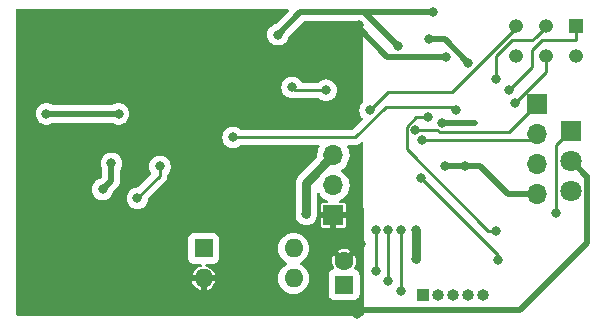
<source format=gbr>
G04 #@! TF.GenerationSoftware,KiCad,Pcbnew,6.0.7-f9a2dced07~116~ubuntu20.04.1*
G04 #@! TF.CreationDate,2022-12-22T17:50:38+01:00*
G04 #@! TF.ProjectId,mimu_phantom,6d696d75-5f70-4686-916e-746f6d2e6b69,rev?*
G04 #@! TF.SameCoordinates,Original*
G04 #@! TF.FileFunction,Copper,L2,Bot*
G04 #@! TF.FilePolarity,Positive*
%FSLAX46Y46*%
G04 Gerber Fmt 4.6, Leading zero omitted, Abs format (unit mm)*
G04 Created by KiCad (PCBNEW 6.0.7-f9a2dced07~116~ubuntu20.04.1) date 2022-12-22 17:50:38*
%MOMM*%
%LPD*%
G01*
G04 APERTURE LIST*
G04 #@! TA.AperFunction,ComponentPad*
%ADD10R,1.600000X1.600000*%
G04 #@! TD*
G04 #@! TA.AperFunction,ComponentPad*
%ADD11O,1.600000X1.600000*%
G04 #@! TD*
G04 #@! TA.AperFunction,ComponentPad*
%ADD12R,1.000000X1.000000*%
G04 #@! TD*
G04 #@! TA.AperFunction,ComponentPad*
%ADD13O,1.000000X1.000000*%
G04 #@! TD*
G04 #@! TA.AperFunction,ComponentPad*
%ADD14C,1.600000*%
G04 #@! TD*
G04 #@! TA.AperFunction,ComponentPad*
%ADD15R,1.700000X1.700000*%
G04 #@! TD*
G04 #@! TA.AperFunction,ComponentPad*
%ADD16O,1.700000X1.700000*%
G04 #@! TD*
G04 #@! TA.AperFunction,ComponentPad*
%ADD17R,1.800000X1.800000*%
G04 #@! TD*
G04 #@! TA.AperFunction,ComponentPad*
%ADD18C,1.800000*%
G04 #@! TD*
G04 #@! TA.AperFunction,ComponentPad*
%ADD19R,1.200000X1.200000*%
G04 #@! TD*
G04 #@! TA.AperFunction,ComponentPad*
%ADD20O,1.200000X1.200000*%
G04 #@! TD*
G04 #@! TA.AperFunction,ViaPad*
%ADD21C,0.800000*%
G04 #@! TD*
G04 #@! TA.AperFunction,Conductor*
%ADD22C,0.500000*%
G04 #@! TD*
G04 #@! TA.AperFunction,Conductor*
%ADD23C,0.750000*%
G04 #@! TD*
G04 #@! TA.AperFunction,Conductor*
%ADD24C,0.250000*%
G04 #@! TD*
G04 APERTURE END LIST*
D10*
X116400000Y-93800000D03*
D11*
X116400000Y-96340000D03*
X124020000Y-96340000D03*
X124020000Y-93800000D03*
D12*
X135010000Y-97750000D03*
D13*
X136280000Y-97750000D03*
X137550000Y-97750000D03*
X138820000Y-97750000D03*
X140090000Y-97750000D03*
D10*
X128300000Y-96855113D03*
D14*
X128300000Y-94855113D03*
D15*
X144600000Y-81600000D03*
D16*
X144600000Y-84140000D03*
X144600000Y-86680000D03*
X144600000Y-89220000D03*
D17*
X147490000Y-83850000D03*
D18*
X147490000Y-86390000D03*
X147490000Y-88930000D03*
D19*
X147900000Y-75000000D03*
D20*
X147900000Y-77540000D03*
X145360000Y-75000000D03*
X145360000Y-77540000D03*
X142820000Y-75000000D03*
X142820000Y-77540000D03*
D15*
X127400000Y-91000000D03*
D16*
X127400000Y-88460000D03*
X127400000Y-85920000D03*
D21*
X136800500Y-86800000D03*
X134350000Y-92250000D03*
X135500000Y-76100000D03*
X138812701Y-78112701D03*
X138500000Y-86800000D03*
X134350000Y-94700000D03*
X130500000Y-82100000D03*
X142800000Y-81450000D03*
X141177114Y-79424579D03*
X142273959Y-80426041D03*
X131000000Y-95750000D03*
X131000000Y-92250000D03*
X132000000Y-92250000D03*
X132000000Y-96550000D03*
X133100000Y-92250000D03*
X133099905Y-97425335D03*
X134333470Y-83775010D03*
X134923623Y-84582316D03*
X103100000Y-82400000D03*
X109200000Y-82400000D03*
X110800000Y-89550000D03*
X112700000Y-86850000D03*
X107850004Y-88800000D03*
X108600000Y-86600000D03*
X103950000Y-97300000D03*
X108200000Y-94800000D03*
X103300000Y-78600000D03*
X104600000Y-78600000D03*
X119300000Y-78500000D03*
X116500000Y-78500000D03*
X104100000Y-96100000D03*
X117900000Y-78500000D03*
X128800000Y-81700000D03*
X105900000Y-78600000D03*
X109225000Y-89550000D03*
X136900000Y-77550000D03*
X120750000Y-81750000D03*
X129687500Y-93437500D03*
X108600000Y-93400000D03*
X107300000Y-78600000D03*
X129568653Y-74892199D03*
X129360924Y-99389076D03*
X115100000Y-78500000D03*
X112450000Y-80400000D03*
X111350000Y-85150000D03*
X120750000Y-91150000D03*
X108400000Y-90200000D03*
X136599998Y-83141998D03*
X125100000Y-90900000D03*
X118900000Y-84400000D03*
X137749500Y-82100000D03*
X141337500Y-94750000D03*
X134800000Y-87800000D03*
X141200000Y-92300000D03*
X135402557Y-82697443D03*
X132900000Y-76700500D03*
X135800000Y-73800000D03*
X122700000Y-75700000D03*
X126774500Y-80400000D03*
X123900000Y-80150000D03*
X146275000Y-90775000D03*
D22*
X138500000Y-86800000D02*
X139770000Y-86800000D01*
X139770000Y-86800000D02*
X142190000Y-89220000D01*
X142190000Y-89220000D02*
X144600000Y-89220000D01*
D23*
X134350000Y-92250000D02*
X134350000Y-94237500D01*
D22*
X135500000Y-76100000D02*
X136800000Y-76100000D01*
D23*
X134350000Y-94237500D02*
X134350000Y-94700000D01*
D22*
X136800500Y-86800000D02*
X138500000Y-86800000D01*
X136800000Y-76100000D02*
X138812701Y-78112701D01*
D24*
X132050000Y-80550000D02*
X137400000Y-80550000D01*
X137400000Y-80550000D02*
X142850000Y-75100000D01*
X130500000Y-82100000D02*
X132050000Y-80550000D01*
X142800000Y-81450000D02*
X145410000Y-78840000D01*
X145410000Y-78840000D02*
X145410000Y-77550000D01*
X141177114Y-77522886D02*
X142514999Y-76185001D01*
X144234999Y-76185001D02*
X144560001Y-75859999D01*
X142514999Y-76185001D02*
X144234999Y-76185001D01*
X141177114Y-79424579D02*
X141177114Y-77522886D01*
X144560001Y-75859999D02*
X145410000Y-75010000D01*
X145035997Y-76185001D02*
X147874999Y-76185001D01*
X144234999Y-78465001D02*
X144234999Y-76985999D01*
X147950000Y-76110000D02*
X147950000Y-75010000D01*
X147874999Y-76185001D02*
X147950000Y-76110000D01*
X144234999Y-76985999D02*
X145035997Y-76185001D01*
X142273959Y-80426041D02*
X144234999Y-78465001D01*
X131000000Y-92250000D02*
X131000000Y-95750000D01*
X132000000Y-96550000D02*
X132000000Y-92250000D01*
X133100000Y-97200000D02*
X133100000Y-92250000D01*
X133099905Y-97425335D02*
X133100000Y-97200000D01*
X134198623Y-83909857D02*
X134333470Y-83775010D01*
X134333470Y-83775010D02*
X136207705Y-83775010D01*
X136332695Y-83900000D02*
X142300000Y-83900000D01*
X142300000Y-83900000D02*
X144600000Y-81600000D01*
X136207705Y-83775010D02*
X136332695Y-83900000D01*
X134923623Y-84582316D02*
X144157684Y-84582316D01*
X144157684Y-84582316D02*
X144600000Y-84140000D01*
D22*
X109200000Y-82400000D02*
X103100000Y-82400000D01*
D24*
X112700000Y-86850000D02*
X112700000Y-87650000D01*
X112700000Y-87650000D02*
X110800000Y-89550000D01*
D22*
X108600000Y-86600000D02*
X108600000Y-88050004D01*
X108600000Y-88050004D02*
X107850004Y-88800000D01*
X148850000Y-87650000D02*
X148850000Y-93350000D01*
X129568653Y-75168653D02*
X131950000Y-77550000D01*
X147500000Y-86340000D02*
X148810000Y-87650000D01*
X131950000Y-77550000D02*
X136900000Y-77550000D01*
X148850000Y-93350000D02*
X143200000Y-99000000D01*
X129568653Y-74892199D02*
X129568653Y-75168653D01*
X139341998Y-83141998D02*
X136599998Y-83141998D01*
X129750000Y-99000000D02*
X129360924Y-99389076D01*
X143200000Y-99000000D02*
X129750000Y-99000000D01*
X148810000Y-87650000D02*
X148850000Y-87650000D01*
D23*
X125100000Y-90900000D02*
X125100000Y-88220000D01*
X125100000Y-88220000D02*
X127400000Y-85920000D01*
D24*
X129225305Y-84400000D02*
X118900000Y-84400000D01*
X137749500Y-82100000D02*
X137449500Y-81800000D01*
X131825305Y-81800000D02*
X129225305Y-84400000D01*
X137449500Y-81800000D02*
X131825305Y-81800000D01*
X141337500Y-94337500D02*
X141337500Y-94750000D01*
X134800000Y-87800000D02*
X141337500Y-94337500D01*
X140500000Y-92300000D02*
X141200000Y-92300000D01*
X135402557Y-82697443D02*
X134385732Y-82697443D01*
X134385732Y-82697443D02*
X133600000Y-83483175D01*
X133600000Y-83483175D02*
X133600000Y-85400000D01*
X133600000Y-85400000D02*
X140500000Y-92300000D01*
D22*
X129999500Y-73800000D02*
X124600000Y-73800000D01*
X132900000Y-76700500D02*
X129999500Y-73800000D01*
X135800000Y-73800000D02*
X129999500Y-73800000D01*
X124600000Y-73800000D02*
X122700000Y-75700000D01*
D24*
X126774500Y-80400000D02*
X124150000Y-80400000D01*
X124150000Y-80400000D02*
X123900000Y-80150000D01*
X146275000Y-85025000D02*
X147500000Y-83800000D01*
X146275000Y-90775000D02*
X146275000Y-85025000D01*
G04 #@! TA.AperFunction,Conductor*
G36*
X123582750Y-73528502D02*
G01*
X123629243Y-73582158D01*
X123639347Y-73652432D01*
X123609853Y-73717012D01*
X123603724Y-73723595D01*
X122543669Y-74783650D01*
X122480772Y-74817801D01*
X122424176Y-74829831D01*
X122424167Y-74829834D01*
X122417712Y-74831206D01*
X122411682Y-74833891D01*
X122411681Y-74833891D01*
X122249278Y-74906197D01*
X122249276Y-74906198D01*
X122243248Y-74908882D01*
X122088747Y-75021134D01*
X121960960Y-75163056D01*
X121865473Y-75328444D01*
X121806458Y-75510072D01*
X121786496Y-75700000D01*
X121806458Y-75889928D01*
X121865473Y-76071556D01*
X121960960Y-76236944D01*
X122088747Y-76378866D01*
X122243248Y-76491118D01*
X122249276Y-76493802D01*
X122249278Y-76493803D01*
X122377438Y-76550863D01*
X122417712Y-76568794D01*
X122511112Y-76588647D01*
X122598056Y-76607128D01*
X122598061Y-76607128D01*
X122604513Y-76608500D01*
X122795487Y-76608500D01*
X122801939Y-76607128D01*
X122801944Y-76607128D01*
X122888888Y-76588647D01*
X122982288Y-76568794D01*
X123022562Y-76550863D01*
X123150722Y-76493803D01*
X123150724Y-76493802D01*
X123156752Y-76491118D01*
X123311253Y-76378866D01*
X123439040Y-76236944D01*
X123534527Y-76071556D01*
X123589387Y-75902714D01*
X123620125Y-75852556D01*
X124877276Y-74595405D01*
X124939588Y-74561379D01*
X124966371Y-74558500D01*
X129633129Y-74558500D01*
X129701250Y-74578502D01*
X129722224Y-74595405D01*
X129866603Y-74739784D01*
X129900629Y-74802096D01*
X129903508Y-74828599D01*
X129917378Y-81069843D01*
X129917978Y-81340023D01*
X129898127Y-81408188D01*
X129885614Y-81424613D01*
X129760960Y-81563056D01*
X129665473Y-81728444D01*
X129606458Y-81910072D01*
X129586496Y-82100000D01*
X129606458Y-82289928D01*
X129665473Y-82471556D01*
X129760960Y-82636944D01*
X129838015Y-82722522D01*
X129868732Y-82786530D01*
X129859967Y-82856983D01*
X129833473Y-82895927D01*
X128999805Y-83729595D01*
X128937493Y-83763621D01*
X128910710Y-83766500D01*
X119608200Y-83766500D01*
X119540079Y-83746498D01*
X119520853Y-83730157D01*
X119520580Y-83730460D01*
X119515668Y-83726037D01*
X119511253Y-83721134D01*
X119356752Y-83608882D01*
X119350724Y-83606198D01*
X119350722Y-83606197D01*
X119188319Y-83533891D01*
X119188318Y-83533891D01*
X119182288Y-83531206D01*
X119088887Y-83511353D01*
X119001944Y-83492872D01*
X119001939Y-83492872D01*
X118995487Y-83491500D01*
X118804513Y-83491500D01*
X118798061Y-83492872D01*
X118798056Y-83492872D01*
X118711113Y-83511353D01*
X118617712Y-83531206D01*
X118611682Y-83533891D01*
X118611681Y-83533891D01*
X118449278Y-83606197D01*
X118449276Y-83606198D01*
X118443248Y-83608882D01*
X118288747Y-83721134D01*
X118284326Y-83726044D01*
X118284325Y-83726045D01*
X118250492Y-83763621D01*
X118160960Y-83863056D01*
X118065473Y-84028444D01*
X118006458Y-84210072D01*
X117986496Y-84400000D01*
X118006458Y-84589928D01*
X118065473Y-84771556D01*
X118160960Y-84936944D01*
X118165378Y-84941851D01*
X118165379Y-84941852D01*
X118247452Y-85033003D01*
X118288747Y-85078866D01*
X118443248Y-85191118D01*
X118449276Y-85193802D01*
X118449278Y-85193803D01*
X118578588Y-85251375D01*
X118617712Y-85268794D01*
X118711113Y-85288647D01*
X118798056Y-85307128D01*
X118798061Y-85307128D01*
X118804513Y-85308500D01*
X118995487Y-85308500D01*
X119001939Y-85307128D01*
X119001944Y-85307128D01*
X119088887Y-85288647D01*
X119182288Y-85268794D01*
X119221412Y-85251375D01*
X119350722Y-85193803D01*
X119350724Y-85193802D01*
X119356752Y-85191118D01*
X119511253Y-85078866D01*
X119515668Y-85073963D01*
X119520580Y-85069540D01*
X119521705Y-85070789D01*
X119575014Y-85037949D01*
X119608200Y-85033500D01*
X126121690Y-85033500D01*
X126189811Y-85053502D01*
X126236304Y-85107158D01*
X126246408Y-85177432D01*
X126225778Y-85230503D01*
X126214743Y-85246680D01*
X126120688Y-85449305D01*
X126060989Y-85664570D01*
X126037251Y-85886695D01*
X126037548Y-85891847D01*
X126037548Y-85891851D01*
X126041991Y-85968899D01*
X126025944Y-86038058D01*
X126005295Y-86065247D01*
X124531454Y-87539088D01*
X124516426Y-87551925D01*
X124505566Y-87559815D01*
X124501145Y-87564725D01*
X124501144Y-87564726D01*
X124461114Y-87609184D01*
X124456573Y-87613969D01*
X124442528Y-87628014D01*
X124440444Y-87630588D01*
X124440441Y-87630591D01*
X124430031Y-87643446D01*
X124425747Y-87648462D01*
X124385717Y-87692920D01*
X124385713Y-87692925D01*
X124381296Y-87697831D01*
X124374791Y-87709097D01*
X124374589Y-87709448D01*
X124363391Y-87725741D01*
X124354953Y-87736161D01*
X124324787Y-87795363D01*
X124321654Y-87801133D01*
X124291740Y-87852945D01*
X124291738Y-87852950D01*
X124288436Y-87858669D01*
X124286395Y-87864949D01*
X124286392Y-87864957D01*
X124284292Y-87871421D01*
X124276728Y-87889683D01*
X124273637Y-87895749D01*
X124273634Y-87895758D01*
X124270638Y-87901637D01*
X124268929Y-87908015D01*
X124253444Y-87965804D01*
X124251578Y-87972106D01*
X124231046Y-88035298D01*
X124230356Y-88041866D01*
X124229645Y-88048628D01*
X124226042Y-88068071D01*
X124222570Y-88081029D01*
X124222225Y-88087619D01*
X124222224Y-88087623D01*
X124221021Y-88110576D01*
X124219543Y-88138789D01*
X124219093Y-88147367D01*
X124218577Y-88153931D01*
X124216500Y-88173694D01*
X124216500Y-88193555D01*
X124216327Y-88200150D01*
X124212850Y-88266493D01*
X124213882Y-88273007D01*
X124214949Y-88279744D01*
X124216500Y-88299456D01*
X124216500Y-90659210D01*
X124210333Y-90698146D01*
X124206458Y-90710072D01*
X124186496Y-90900000D01*
X124206458Y-91089928D01*
X124265473Y-91271556D01*
X124360960Y-91436944D01*
X124488747Y-91578866D01*
X124643248Y-91691118D01*
X124649276Y-91693802D01*
X124649278Y-91693803D01*
X124811681Y-91766109D01*
X124817712Y-91768794D01*
X124911112Y-91788647D01*
X124998056Y-91807128D01*
X124998061Y-91807128D01*
X125004513Y-91808500D01*
X125195487Y-91808500D01*
X125201939Y-91807128D01*
X125201944Y-91807128D01*
X125288887Y-91788647D01*
X125382288Y-91768794D01*
X125388319Y-91766109D01*
X125550722Y-91693803D01*
X125550724Y-91693802D01*
X125556752Y-91691118D01*
X125711253Y-91578866D01*
X125839040Y-91436944D01*
X125934527Y-91271556D01*
X125993542Y-91089928D01*
X126013504Y-90900000D01*
X125993542Y-90710072D01*
X125989667Y-90698146D01*
X125983500Y-90659210D01*
X125983500Y-89195391D01*
X126003502Y-89127270D01*
X126057158Y-89080777D01*
X126127432Y-89070673D01*
X126192012Y-89100167D01*
X126216933Y-89129556D01*
X126299987Y-89265088D01*
X126446250Y-89433938D01*
X126618126Y-89576632D01*
X126811000Y-89689338D01*
X126815823Y-89691180D01*
X126815832Y-89691184D01*
X126834446Y-89698292D01*
X126890949Y-89741279D01*
X126915241Y-89807991D01*
X126899610Y-89877245D01*
X126849019Y-89927055D01*
X126789496Y-89942001D01*
X126535702Y-89942001D01*
X126523442Y-89943209D01*
X126481017Y-89951647D01*
X126458521Y-89960964D01*
X126410356Y-89993147D01*
X126393147Y-90010356D01*
X126360963Y-90058523D01*
X126351647Y-90081014D01*
X126343207Y-90123445D01*
X126342000Y-90135700D01*
X126342000Y-90727885D01*
X126346475Y-90743124D01*
X126347865Y-90744329D01*
X126355548Y-90746000D01*
X128439884Y-90746000D01*
X128455123Y-90741525D01*
X128456328Y-90740135D01*
X128457999Y-90732452D01*
X128457999Y-90135702D01*
X128456791Y-90123442D01*
X128448353Y-90081017D01*
X128439036Y-90058521D01*
X128406853Y-90010356D01*
X128389644Y-89993147D01*
X128341477Y-89960963D01*
X128318986Y-89951647D01*
X128276555Y-89943207D01*
X128264300Y-89942000D01*
X128006552Y-89942000D01*
X127938431Y-89921998D01*
X127891938Y-89868342D01*
X127881834Y-89798068D01*
X127911328Y-89733488D01*
X127951120Y-89702849D01*
X128093346Y-89633173D01*
X128097994Y-89630896D01*
X128279860Y-89501173D01*
X128298349Y-89482749D01*
X128434435Y-89347137D01*
X128438096Y-89343489D01*
X128568453Y-89162077D01*
X128613628Y-89070673D01*
X128665136Y-88966453D01*
X128665137Y-88966451D01*
X128667430Y-88961811D01*
X128699900Y-88854940D01*
X128730865Y-88753023D01*
X128730865Y-88753021D01*
X128732370Y-88748069D01*
X128761529Y-88526590D01*
X128761611Y-88523240D01*
X128763074Y-88463365D01*
X128763074Y-88463361D01*
X128763156Y-88460000D01*
X128744852Y-88237361D01*
X128690431Y-88020702D01*
X128601354Y-87815840D01*
X128543066Y-87725741D01*
X128482822Y-87632617D01*
X128482820Y-87632614D01*
X128480014Y-87628277D01*
X128329670Y-87463051D01*
X128325619Y-87459852D01*
X128325615Y-87459848D01*
X128158414Y-87327800D01*
X128158410Y-87327798D01*
X128154359Y-87324598D01*
X128113053Y-87301796D01*
X128063084Y-87251364D01*
X128048312Y-87181921D01*
X128073428Y-87115516D01*
X128100780Y-87088909D01*
X128178650Y-87033365D01*
X128279860Y-86961173D01*
X128438096Y-86803489D01*
X128443330Y-86796206D01*
X128565435Y-86626277D01*
X128568453Y-86622077D01*
X128576120Y-86606565D01*
X128665136Y-86426453D01*
X128665137Y-86426451D01*
X128667430Y-86421811D01*
X128732370Y-86208069D01*
X128761529Y-85986590D01*
X128762631Y-85941500D01*
X128763074Y-85923365D01*
X128763074Y-85923361D01*
X128763156Y-85920000D01*
X128744852Y-85697361D01*
X128690431Y-85480702D01*
X128601354Y-85275840D01*
X128570366Y-85227940D01*
X128550159Y-85159880D01*
X128569955Y-85091699D01*
X128623470Y-85045045D01*
X128676158Y-85033500D01*
X129146538Y-85033500D01*
X129157721Y-85034027D01*
X129165214Y-85035702D01*
X129173140Y-85035453D01*
X129173141Y-85035453D01*
X129233291Y-85033562D01*
X129237250Y-85033500D01*
X129265161Y-85033500D01*
X129269096Y-85033003D01*
X129269161Y-85032995D01*
X129280998Y-85032062D01*
X129313256Y-85031048D01*
X129317275Y-85030922D01*
X129325194Y-85030673D01*
X129344648Y-85025021D01*
X129364005Y-85021013D01*
X129376235Y-85019468D01*
X129376236Y-85019468D01*
X129384102Y-85018474D01*
X129391473Y-85015555D01*
X129391475Y-85015555D01*
X129425217Y-85002196D01*
X129436447Y-84998351D01*
X129471288Y-84988229D01*
X129471289Y-84988229D01*
X129478898Y-84986018D01*
X129485717Y-84981985D01*
X129485722Y-84981983D01*
X129496333Y-84975707D01*
X129514081Y-84967012D01*
X129532922Y-84959552D01*
X129568692Y-84933564D01*
X129578612Y-84927048D01*
X129609840Y-84908580D01*
X129609843Y-84908578D01*
X129616667Y-84904542D01*
X129630988Y-84890221D01*
X129646022Y-84877380D01*
X129655999Y-84870131D01*
X129662412Y-84865472D01*
X129690603Y-84831395D01*
X129698593Y-84822616D01*
X129710792Y-84810417D01*
X129773104Y-84776391D01*
X129843919Y-84781456D01*
X129900755Y-84824003D01*
X129925566Y-84890523D01*
X129925887Y-84899232D01*
X129950000Y-95750000D01*
X129950000Y-99365500D01*
X129929998Y-99433621D01*
X129876342Y-99480114D01*
X129824000Y-99491500D01*
X100634500Y-99491500D01*
X100566379Y-99471498D01*
X100519886Y-99417842D01*
X100508500Y-99365500D01*
X100508500Y-97703247D01*
X126991500Y-97703247D01*
X126998255Y-97765429D01*
X127049385Y-97901818D01*
X127136739Y-98018374D01*
X127253295Y-98105728D01*
X127389684Y-98156858D01*
X127451866Y-98163613D01*
X129148134Y-98163613D01*
X129210316Y-98156858D01*
X129346705Y-98105728D01*
X129463261Y-98018374D01*
X129550615Y-97901818D01*
X129601745Y-97765429D01*
X129608500Y-97703247D01*
X129608500Y-96006979D01*
X129601745Y-95944797D01*
X129550615Y-95808408D01*
X129463261Y-95691852D01*
X129346705Y-95604498D01*
X129226860Y-95559570D01*
X129170096Y-95516928D01*
X129145396Y-95450367D01*
X129161534Y-95379351D01*
X129222262Y-95272450D01*
X129227256Y-95261234D01*
X129285759Y-95085366D01*
X129288479Y-95073394D01*
X129312039Y-94886897D01*
X129312531Y-94879870D01*
X129312828Y-94858636D01*
X129312533Y-94851607D01*
X129294188Y-94664510D01*
X129291805Y-94652475D01*
X129238233Y-94475037D01*
X129233559Y-94463697D01*
X129178562Y-94360261D01*
X129168702Y-94350180D01*
X129161575Y-94352748D01*
X128389095Y-95125228D01*
X128326783Y-95159254D01*
X128255968Y-95154189D01*
X128210905Y-95125228D01*
X127443121Y-94357444D01*
X127430741Y-94350684D01*
X127424353Y-94355466D01*
X127371997Y-94450699D01*
X127367166Y-94461971D01*
X127311120Y-94638651D01*
X127308570Y-94650645D01*
X127287909Y-94834846D01*
X127287738Y-94847115D01*
X127303248Y-95031818D01*
X127305461Y-95043877D01*
X127356554Y-95222058D01*
X127361066Y-95233455D01*
X127438843Y-95384794D01*
X127452190Y-95454525D01*
X127425720Y-95520402D01*
X127371006Y-95560370D01*
X127253295Y-95604498D01*
X127136739Y-95691852D01*
X127049385Y-95808408D01*
X126998255Y-95944797D01*
X126991500Y-96006979D01*
X126991500Y-97703247D01*
X100508500Y-97703247D01*
X100508500Y-96605975D01*
X115427601Y-96605975D01*
X115456552Y-96706941D01*
X115461067Y-96718345D01*
X115545794Y-96883207D01*
X115552435Y-96893512D01*
X115667568Y-97038772D01*
X115676091Y-97047598D01*
X115817245Y-97167730D01*
X115827317Y-97174730D01*
X115989116Y-97265156D01*
X116000356Y-97270067D01*
X116128768Y-97311790D01*
X116142867Y-97312193D01*
X116146000Y-97305821D01*
X116146000Y-97297564D01*
X116654000Y-97297564D01*
X116657973Y-97311095D01*
X116666188Y-97312276D01*
X116760337Y-97285989D01*
X116771787Y-97281548D01*
X116937226Y-97197979D01*
X116947585Y-97191404D01*
X117093639Y-97077295D01*
X117102527Y-97068831D01*
X117223643Y-96928517D01*
X117230711Y-96918497D01*
X117322262Y-96757337D01*
X117327256Y-96746121D01*
X117372142Y-96611190D01*
X117372643Y-96597097D01*
X117366454Y-96594000D01*
X116672115Y-96594000D01*
X116656876Y-96598475D01*
X116655671Y-96599865D01*
X116654000Y-96607548D01*
X116654000Y-97297564D01*
X116146000Y-97297564D01*
X116146000Y-96612115D01*
X116141525Y-96596876D01*
X116140135Y-96595671D01*
X116132452Y-96594000D01*
X115442282Y-96594000D01*
X115428751Y-96597973D01*
X115427601Y-96605975D01*
X100508500Y-96605975D01*
X100508500Y-96340000D01*
X122706502Y-96340000D01*
X122726457Y-96568087D01*
X122727881Y-96573400D01*
X122727881Y-96573402D01*
X122737031Y-96607548D01*
X122785716Y-96789243D01*
X122788039Y-96794224D01*
X122788039Y-96794225D01*
X122880151Y-96991762D01*
X122880154Y-96991767D01*
X122882477Y-96996749D01*
X122885634Y-97001257D01*
X123002200Y-97167730D01*
X123013802Y-97184300D01*
X123175700Y-97346198D01*
X123180208Y-97349355D01*
X123180211Y-97349357D01*
X123258389Y-97404098D01*
X123363251Y-97477523D01*
X123368233Y-97479846D01*
X123368238Y-97479849D01*
X123565775Y-97571961D01*
X123570757Y-97574284D01*
X123576065Y-97575706D01*
X123576067Y-97575707D01*
X123786598Y-97632119D01*
X123786600Y-97632119D01*
X123791913Y-97633543D01*
X124020000Y-97653498D01*
X124248087Y-97633543D01*
X124253400Y-97632119D01*
X124253402Y-97632119D01*
X124463933Y-97575707D01*
X124463935Y-97575706D01*
X124469243Y-97574284D01*
X124474225Y-97571961D01*
X124671762Y-97479849D01*
X124671767Y-97479846D01*
X124676749Y-97477523D01*
X124781611Y-97404098D01*
X124859789Y-97349357D01*
X124859792Y-97349355D01*
X124864300Y-97346198D01*
X125026198Y-97184300D01*
X125037801Y-97167730D01*
X125154366Y-97001257D01*
X125157523Y-96996749D01*
X125159846Y-96991767D01*
X125159849Y-96991762D01*
X125251961Y-96794225D01*
X125251961Y-96794224D01*
X125254284Y-96789243D01*
X125302970Y-96607548D01*
X125312119Y-96573402D01*
X125312119Y-96573400D01*
X125313543Y-96568087D01*
X125333498Y-96340000D01*
X125313543Y-96111913D01*
X125306600Y-96086000D01*
X125255707Y-95896067D01*
X125255706Y-95896065D01*
X125254284Y-95890757D01*
X125219805Y-95816816D01*
X125159849Y-95688238D01*
X125159846Y-95688233D01*
X125157523Y-95683251D01*
X125026198Y-95495700D01*
X124864300Y-95333802D01*
X124859792Y-95330645D01*
X124859789Y-95330643D01*
X124781611Y-95275902D01*
X124676749Y-95202477D01*
X124671767Y-95200154D01*
X124671762Y-95200151D01*
X124637543Y-95184195D01*
X124584258Y-95137278D01*
X124564797Y-95069001D01*
X124585339Y-95001041D01*
X124637543Y-94955805D01*
X124671762Y-94939849D01*
X124671767Y-94939846D01*
X124676749Y-94937523D01*
X124796188Y-94853891D01*
X124859789Y-94809357D01*
X124859792Y-94809355D01*
X124864300Y-94806198D01*
X125026198Y-94644300D01*
X125030154Y-94638651D01*
X125084098Y-94561611D01*
X125157523Y-94456749D01*
X125159846Y-94451767D01*
X125159849Y-94451762D01*
X125251961Y-94254225D01*
X125251961Y-94254224D01*
X125254284Y-94249243D01*
X125313543Y-94028087D01*
X125317206Y-93986214D01*
X127794820Y-93986214D01*
X127797274Y-93993177D01*
X128287188Y-94483091D01*
X128301132Y-94490705D01*
X128302965Y-94490574D01*
X128309580Y-94486323D01*
X128797834Y-93998069D01*
X128804594Y-93985689D01*
X128799935Y-93979466D01*
X128697924Y-93924309D01*
X128686619Y-93919557D01*
X128509554Y-93864746D01*
X128497541Y-93862280D01*
X128313199Y-93842905D01*
X128300931Y-93842820D01*
X128116345Y-93859618D01*
X128104296Y-93861916D01*
X127926483Y-93914250D01*
X127915108Y-93918845D01*
X127804969Y-93976425D01*
X127794820Y-93986214D01*
X125317206Y-93986214D01*
X125333498Y-93800000D01*
X125313543Y-93571913D01*
X125254284Y-93350757D01*
X125251961Y-93345775D01*
X125159849Y-93148238D01*
X125159846Y-93148233D01*
X125157523Y-93143251D01*
X125026198Y-92955700D01*
X124864300Y-92793802D01*
X124859792Y-92790645D01*
X124859789Y-92790643D01*
X124781611Y-92735902D01*
X124676749Y-92662477D01*
X124671767Y-92660154D01*
X124671762Y-92660151D01*
X124474225Y-92568039D01*
X124474224Y-92568039D01*
X124469243Y-92565716D01*
X124463935Y-92564294D01*
X124463933Y-92564293D01*
X124253402Y-92507881D01*
X124253400Y-92507881D01*
X124248087Y-92506457D01*
X124020000Y-92486502D01*
X123791913Y-92506457D01*
X123786600Y-92507881D01*
X123786598Y-92507881D01*
X123576067Y-92564293D01*
X123576065Y-92564294D01*
X123570757Y-92565716D01*
X123565776Y-92568039D01*
X123565775Y-92568039D01*
X123368238Y-92660151D01*
X123368233Y-92660154D01*
X123363251Y-92662477D01*
X123258389Y-92735902D01*
X123180211Y-92790643D01*
X123180208Y-92790645D01*
X123175700Y-92793802D01*
X123013802Y-92955700D01*
X122882477Y-93143251D01*
X122880154Y-93148233D01*
X122880151Y-93148238D01*
X122788039Y-93345775D01*
X122785716Y-93350757D01*
X122726457Y-93571913D01*
X122706502Y-93800000D01*
X122726457Y-94028087D01*
X122785716Y-94249243D01*
X122788039Y-94254224D01*
X122788039Y-94254225D01*
X122880151Y-94451762D01*
X122880154Y-94451767D01*
X122882477Y-94456749D01*
X122955902Y-94561611D01*
X123009847Y-94638651D01*
X123013802Y-94644300D01*
X123175700Y-94806198D01*
X123180208Y-94809355D01*
X123180211Y-94809357D01*
X123243812Y-94853891D01*
X123363251Y-94937523D01*
X123368233Y-94939846D01*
X123368238Y-94939849D01*
X123402457Y-94955805D01*
X123455742Y-95002722D01*
X123475203Y-95070999D01*
X123454661Y-95138959D01*
X123402457Y-95184195D01*
X123368238Y-95200151D01*
X123368233Y-95200154D01*
X123363251Y-95202477D01*
X123258389Y-95275902D01*
X123180211Y-95330643D01*
X123180208Y-95330645D01*
X123175700Y-95333802D01*
X123013802Y-95495700D01*
X122882477Y-95683251D01*
X122880154Y-95688233D01*
X122880151Y-95688238D01*
X122820195Y-95816816D01*
X122785716Y-95890757D01*
X122784294Y-95896065D01*
X122784293Y-95896067D01*
X122733400Y-96086000D01*
X122726457Y-96111913D01*
X122706502Y-96340000D01*
X100508500Y-96340000D01*
X100508500Y-94648134D01*
X115091500Y-94648134D01*
X115098255Y-94710316D01*
X115149385Y-94846705D01*
X115236739Y-94963261D01*
X115353295Y-95050615D01*
X115489684Y-95101745D01*
X115551866Y-95108500D01*
X116139601Y-95108500D01*
X116207722Y-95128502D01*
X116254215Y-95182158D01*
X116264319Y-95252432D01*
X116234825Y-95317012D01*
X116175176Y-95355374D01*
X116026479Y-95399138D01*
X116015111Y-95403731D01*
X115850846Y-95489607D01*
X115840585Y-95496321D01*
X115696127Y-95612468D01*
X115687368Y-95621046D01*
X115568222Y-95763039D01*
X115561292Y-95773159D01*
X115471998Y-95935585D01*
X115467166Y-95946858D01*
X115428506Y-96068731D01*
X115428202Y-96082831D01*
X115434763Y-96086000D01*
X117358183Y-96086000D01*
X117371714Y-96082027D01*
X117372806Y-96074433D01*
X117338231Y-95959919D01*
X117333560Y-95948586D01*
X117246540Y-95784923D01*
X117239751Y-95774706D01*
X117122603Y-95631067D01*
X117113959Y-95622363D01*
X116971144Y-95504216D01*
X116960973Y-95497356D01*
X116797924Y-95409196D01*
X116786619Y-95404444D01*
X116626455Y-95354865D01*
X116567295Y-95315614D01*
X116538748Y-95250610D01*
X116549876Y-95180491D01*
X116597148Y-95127519D01*
X116663714Y-95108500D01*
X117248134Y-95108500D01*
X117310316Y-95101745D01*
X117446705Y-95050615D01*
X117563261Y-94963261D01*
X117650615Y-94846705D01*
X117701745Y-94710316D01*
X117708500Y-94648134D01*
X117708500Y-92951866D01*
X117701745Y-92889684D01*
X117650615Y-92753295D01*
X117563261Y-92636739D01*
X117446705Y-92549385D01*
X117310316Y-92498255D01*
X117248134Y-92491500D01*
X115551866Y-92491500D01*
X115489684Y-92498255D01*
X115353295Y-92549385D01*
X115236739Y-92636739D01*
X115149385Y-92753295D01*
X115098255Y-92889684D01*
X115091500Y-92951866D01*
X115091500Y-94648134D01*
X100508500Y-94648134D01*
X100508500Y-91864298D01*
X126342001Y-91864298D01*
X126343209Y-91876558D01*
X126351647Y-91918983D01*
X126360964Y-91941479D01*
X126393147Y-91989644D01*
X126410356Y-92006853D01*
X126458523Y-92039037D01*
X126481014Y-92048353D01*
X126523445Y-92056793D01*
X126535700Y-92058000D01*
X127127885Y-92058000D01*
X127143124Y-92053525D01*
X127144329Y-92052135D01*
X127146000Y-92044452D01*
X127146000Y-92039884D01*
X127654000Y-92039884D01*
X127658475Y-92055123D01*
X127659865Y-92056328D01*
X127667548Y-92057999D01*
X128264298Y-92057999D01*
X128276558Y-92056791D01*
X128318983Y-92048353D01*
X128341479Y-92039036D01*
X128389644Y-92006853D01*
X128406853Y-91989644D01*
X128439037Y-91941477D01*
X128448353Y-91918986D01*
X128456793Y-91876555D01*
X128458000Y-91864300D01*
X128458000Y-91272115D01*
X128453525Y-91256876D01*
X128452135Y-91255671D01*
X128444452Y-91254000D01*
X127672115Y-91254000D01*
X127656876Y-91258475D01*
X127655671Y-91259865D01*
X127654000Y-91267548D01*
X127654000Y-92039884D01*
X127146000Y-92039884D01*
X127146000Y-91272115D01*
X127141525Y-91256876D01*
X127140135Y-91255671D01*
X127132452Y-91254000D01*
X126360116Y-91254000D01*
X126344877Y-91258475D01*
X126343672Y-91259865D01*
X126342001Y-91267548D01*
X126342001Y-91864298D01*
X100508500Y-91864298D01*
X100508500Y-88800000D01*
X106936500Y-88800000D01*
X106937190Y-88806565D01*
X106944493Y-88876045D01*
X106956462Y-88989928D01*
X107015477Y-89171556D01*
X107110964Y-89336944D01*
X107115382Y-89341851D01*
X107115383Y-89341852D01*
X107137698Y-89366635D01*
X107238751Y-89478866D01*
X107393252Y-89591118D01*
X107399280Y-89593802D01*
X107399282Y-89593803D01*
X107561685Y-89666109D01*
X107567716Y-89668794D01*
X107661116Y-89688647D01*
X107748060Y-89707128D01*
X107748065Y-89707128D01*
X107754517Y-89708500D01*
X107945491Y-89708500D01*
X107951943Y-89707128D01*
X107951948Y-89707128D01*
X108038892Y-89688647D01*
X108132292Y-89668794D01*
X108138323Y-89666109D01*
X108300726Y-89593803D01*
X108300728Y-89593802D01*
X108306756Y-89591118D01*
X108363350Y-89550000D01*
X109886496Y-89550000D01*
X109887186Y-89556565D01*
X109903011Y-89707128D01*
X109906458Y-89739928D01*
X109965473Y-89921556D01*
X110060960Y-90086944D01*
X110065378Y-90091851D01*
X110065379Y-90091852D01*
X110104860Y-90135700D01*
X110188747Y-90228866D01*
X110343248Y-90341118D01*
X110349276Y-90343802D01*
X110349278Y-90343803D01*
X110511681Y-90416109D01*
X110517712Y-90418794D01*
X110611113Y-90438647D01*
X110698056Y-90457128D01*
X110698061Y-90457128D01*
X110704513Y-90458500D01*
X110895487Y-90458500D01*
X110901939Y-90457128D01*
X110901944Y-90457128D01*
X110988887Y-90438647D01*
X111082288Y-90418794D01*
X111088319Y-90416109D01*
X111250722Y-90343803D01*
X111250724Y-90343802D01*
X111256752Y-90341118D01*
X111411253Y-90228866D01*
X111495140Y-90135700D01*
X111534621Y-90091852D01*
X111534622Y-90091851D01*
X111539040Y-90086944D01*
X111634527Y-89921556D01*
X111693542Y-89739928D01*
X111696990Y-89707128D01*
X111709590Y-89587237D01*
X111710907Y-89574706D01*
X111737920Y-89509050D01*
X111747122Y-89498782D01*
X113092253Y-88153652D01*
X113100539Y-88146112D01*
X113107018Y-88142000D01*
X113153644Y-88092348D01*
X113156398Y-88089507D01*
X113176135Y-88069770D01*
X113178615Y-88066573D01*
X113186320Y-88057551D01*
X113211159Y-88031100D01*
X113216586Y-88025321D01*
X113220405Y-88018375D01*
X113220407Y-88018372D01*
X113226348Y-88007566D01*
X113237199Y-87991047D01*
X113244758Y-87981301D01*
X113249614Y-87975041D01*
X113252759Y-87967772D01*
X113252762Y-87967768D01*
X113267174Y-87934463D01*
X113272391Y-87923813D01*
X113293695Y-87885060D01*
X113298733Y-87865437D01*
X113305137Y-87846734D01*
X113310033Y-87835420D01*
X113310033Y-87835419D01*
X113313181Y-87828145D01*
X113314420Y-87820322D01*
X113314423Y-87820312D01*
X113320099Y-87784476D01*
X113322505Y-87772856D01*
X113331528Y-87737711D01*
X113331528Y-87737710D01*
X113333500Y-87730030D01*
X113333500Y-87709776D01*
X113335051Y-87690065D01*
X113336980Y-87677886D01*
X113338220Y-87670057D01*
X113334059Y-87626038D01*
X113333500Y-87614181D01*
X113333500Y-87552524D01*
X113353502Y-87484403D01*
X113365858Y-87468221D01*
X113439040Y-87386944D01*
X113534527Y-87221556D01*
X113593542Y-87039928D01*
X113601820Y-86961173D01*
X113612814Y-86856565D01*
X113613504Y-86850000D01*
X113607190Y-86789928D01*
X113594232Y-86666635D01*
X113594232Y-86666633D01*
X113593542Y-86660072D01*
X113534527Y-86478444D01*
X113439040Y-86313056D01*
X113344510Y-86208069D01*
X113315675Y-86176045D01*
X113315674Y-86176044D01*
X113311253Y-86171134D01*
X113156752Y-86058882D01*
X113150724Y-86056198D01*
X113150722Y-86056197D01*
X112988319Y-85983891D01*
X112988318Y-85983891D01*
X112982288Y-85981206D01*
X112888887Y-85961353D01*
X112801944Y-85942872D01*
X112801939Y-85942872D01*
X112795487Y-85941500D01*
X112604513Y-85941500D01*
X112598061Y-85942872D01*
X112598056Y-85942872D01*
X112511113Y-85961353D01*
X112417712Y-85981206D01*
X112411682Y-85983891D01*
X112411681Y-85983891D01*
X112249278Y-86056197D01*
X112249276Y-86056198D01*
X112243248Y-86058882D01*
X112088747Y-86171134D01*
X112084326Y-86176044D01*
X112084325Y-86176045D01*
X112055491Y-86208069D01*
X111960960Y-86313056D01*
X111865473Y-86478444D01*
X111806458Y-86660072D01*
X111805768Y-86666633D01*
X111805768Y-86666635D01*
X111792810Y-86789928D01*
X111786496Y-86850000D01*
X111787186Y-86856565D01*
X111798181Y-86961173D01*
X111806458Y-87039928D01*
X111865473Y-87221556D01*
X111951488Y-87370539D01*
X111968226Y-87439532D01*
X111945006Y-87506624D01*
X111931464Y-87522632D01*
X111387514Y-88066581D01*
X110849500Y-88604595D01*
X110787188Y-88638621D01*
X110760405Y-88641500D01*
X110704513Y-88641500D01*
X110698061Y-88642872D01*
X110698056Y-88642872D01*
X110611113Y-88661353D01*
X110517712Y-88681206D01*
X110511682Y-88683891D01*
X110511681Y-88683891D01*
X110349278Y-88756197D01*
X110349276Y-88756198D01*
X110343248Y-88758882D01*
X110188747Y-88871134D01*
X110184326Y-88876044D01*
X110184325Y-88876045D01*
X110081785Y-88989928D01*
X110060960Y-89013056D01*
X110057659Y-89018774D01*
X109972498Y-89166277D01*
X109965473Y-89178444D01*
X109906458Y-89360072D01*
X109905768Y-89366633D01*
X109905768Y-89366635D01*
X109893972Y-89478866D01*
X109886496Y-89550000D01*
X108363350Y-89550000D01*
X108461257Y-89478866D01*
X108562310Y-89366635D01*
X108584625Y-89341852D01*
X108584626Y-89341851D01*
X108589044Y-89336944D01*
X108684531Y-89171556D01*
X108739391Y-89002714D01*
X108770129Y-88952556D01*
X109088911Y-88633774D01*
X109103323Y-88621388D01*
X109114918Y-88612855D01*
X109114923Y-88612850D01*
X109120818Y-88608512D01*
X109125557Y-88602934D01*
X109125560Y-88602931D01*
X109155035Y-88568236D01*
X109161965Y-88560720D01*
X109167661Y-88555024D01*
X109169924Y-88552163D01*
X109169929Y-88552158D01*
X109185293Y-88532738D01*
X109188082Y-88529337D01*
X109230592Y-88479300D01*
X109230594Y-88479298D01*
X109235333Y-88473719D01*
X109238662Y-88467199D01*
X109242028Y-88462152D01*
X109245193Y-88457028D01*
X109249735Y-88451287D01*
X109280637Y-88385168D01*
X109282565Y-88381222D01*
X109312442Y-88322712D01*
X109312443Y-88322710D01*
X109315769Y-88316196D01*
X109317508Y-88309090D01*
X109319609Y-88303440D01*
X109321524Y-88297683D01*
X109324622Y-88291054D01*
X109339491Y-88219569D01*
X109340461Y-88215286D01*
X109344165Y-88200150D01*
X109357808Y-88144394D01*
X109358500Y-88133240D01*
X109358535Y-88133242D01*
X109358775Y-88129270D01*
X109359152Y-88125049D01*
X109360641Y-88117889D01*
X109358546Y-88040462D01*
X109358500Y-88037054D01*
X109358500Y-87136999D01*
X109375381Y-87073999D01*
X109391428Y-87046206D01*
X109434527Y-86971556D01*
X109493542Y-86789928D01*
X109506501Y-86666635D01*
X109512814Y-86606565D01*
X109513504Y-86600000D01*
X109493542Y-86410072D01*
X109434527Y-86228444D01*
X109422764Y-86208069D01*
X109342341Y-86068774D01*
X109339040Y-86063056D01*
X109305044Y-86025299D01*
X109215675Y-85926045D01*
X109215674Y-85926044D01*
X109211253Y-85921134D01*
X109056752Y-85808882D01*
X109050724Y-85806198D01*
X109050722Y-85806197D01*
X108888319Y-85733891D01*
X108888318Y-85733891D01*
X108882288Y-85731206D01*
X108788888Y-85711353D01*
X108701944Y-85692872D01*
X108701939Y-85692872D01*
X108695487Y-85691500D01*
X108504513Y-85691500D01*
X108498061Y-85692872D01*
X108498056Y-85692872D01*
X108411112Y-85711353D01*
X108317712Y-85731206D01*
X108311682Y-85733891D01*
X108311681Y-85733891D01*
X108149278Y-85806197D01*
X108149276Y-85806198D01*
X108143248Y-85808882D01*
X107988747Y-85921134D01*
X107984326Y-85926044D01*
X107984325Y-85926045D01*
X107894957Y-86025299D01*
X107860960Y-86063056D01*
X107857659Y-86068774D01*
X107777237Y-86208069D01*
X107765473Y-86228444D01*
X107706458Y-86410072D01*
X107686496Y-86600000D01*
X107687186Y-86606565D01*
X107693500Y-86666635D01*
X107706458Y-86789928D01*
X107765473Y-86971556D01*
X107808573Y-87046206D01*
X107824619Y-87073999D01*
X107841500Y-87136999D01*
X107841500Y-87683633D01*
X107821498Y-87751754D01*
X107804595Y-87772728D01*
X107693673Y-87883650D01*
X107630776Y-87917801D01*
X107574180Y-87929831D01*
X107574171Y-87929834D01*
X107567716Y-87931206D01*
X107561686Y-87933891D01*
X107561685Y-87933891D01*
X107399282Y-88006197D01*
X107399280Y-88006198D01*
X107393252Y-88008882D01*
X107387911Y-88012762D01*
X107387910Y-88012763D01*
X107362672Y-88031100D01*
X107238751Y-88121134D01*
X107234330Y-88126044D01*
X107234329Y-88126045D01*
X107188463Y-88176985D01*
X107110964Y-88263056D01*
X107015477Y-88428444D01*
X106956462Y-88610072D01*
X106955772Y-88616633D01*
X106955772Y-88616635D01*
X106948703Y-88683891D01*
X106936500Y-88800000D01*
X100508500Y-88800000D01*
X100508500Y-82400000D01*
X102186496Y-82400000D01*
X102206458Y-82589928D01*
X102265473Y-82771556D01*
X102360960Y-82936944D01*
X102488747Y-83078866D01*
X102587843Y-83150864D01*
X102637904Y-83187235D01*
X102643248Y-83191118D01*
X102649276Y-83193802D01*
X102649278Y-83193803D01*
X102811681Y-83266109D01*
X102817712Y-83268794D01*
X102911113Y-83288647D01*
X102998056Y-83307128D01*
X102998061Y-83307128D01*
X103004513Y-83308500D01*
X103195487Y-83308500D01*
X103201939Y-83307128D01*
X103201944Y-83307128D01*
X103288887Y-83288647D01*
X103382288Y-83268794D01*
X103388319Y-83266109D01*
X103550722Y-83193803D01*
X103550724Y-83193802D01*
X103556752Y-83191118D01*
X103562091Y-83187239D01*
X103562098Y-83187235D01*
X103568528Y-83182563D01*
X103642587Y-83158500D01*
X108657413Y-83158500D01*
X108731472Y-83182563D01*
X108737902Y-83187235D01*
X108737909Y-83187239D01*
X108743248Y-83191118D01*
X108749276Y-83193802D01*
X108749278Y-83193803D01*
X108911681Y-83266109D01*
X108917712Y-83268794D01*
X109011113Y-83288647D01*
X109098056Y-83307128D01*
X109098061Y-83307128D01*
X109104513Y-83308500D01*
X109295487Y-83308500D01*
X109301939Y-83307128D01*
X109301944Y-83307128D01*
X109388887Y-83288647D01*
X109482288Y-83268794D01*
X109488319Y-83266109D01*
X109650722Y-83193803D01*
X109650724Y-83193802D01*
X109656752Y-83191118D01*
X109662097Y-83187235D01*
X109712157Y-83150864D01*
X109811253Y-83078866D01*
X109939040Y-82936944D01*
X110034527Y-82771556D01*
X110093542Y-82589928D01*
X110113504Y-82400000D01*
X110093542Y-82210072D01*
X110034527Y-82028444D01*
X109939040Y-81863056D01*
X109811253Y-81721134D01*
X109668527Y-81617437D01*
X109662094Y-81612763D01*
X109662093Y-81612762D01*
X109656752Y-81608882D01*
X109650724Y-81606198D01*
X109650722Y-81606197D01*
X109488319Y-81533891D01*
X109488318Y-81533891D01*
X109482288Y-81531206D01*
X109388887Y-81511353D01*
X109301944Y-81492872D01*
X109301939Y-81492872D01*
X109295487Y-81491500D01*
X109104513Y-81491500D01*
X109098061Y-81492872D01*
X109098056Y-81492872D01*
X109011113Y-81511353D01*
X108917712Y-81531206D01*
X108911682Y-81533891D01*
X108911681Y-81533891D01*
X108749278Y-81606197D01*
X108749276Y-81606198D01*
X108743248Y-81608882D01*
X108737909Y-81612761D01*
X108737902Y-81612765D01*
X108731472Y-81617437D01*
X108657413Y-81641500D01*
X103642587Y-81641500D01*
X103568528Y-81617437D01*
X103562098Y-81612765D01*
X103562091Y-81612761D01*
X103556752Y-81608882D01*
X103550724Y-81606198D01*
X103550722Y-81606197D01*
X103388319Y-81533891D01*
X103388318Y-81533891D01*
X103382288Y-81531206D01*
X103288887Y-81511353D01*
X103201944Y-81492872D01*
X103201939Y-81492872D01*
X103195487Y-81491500D01*
X103004513Y-81491500D01*
X102998061Y-81492872D01*
X102998056Y-81492872D01*
X102911113Y-81511353D01*
X102817712Y-81531206D01*
X102811682Y-81533891D01*
X102811681Y-81533891D01*
X102649278Y-81606197D01*
X102649276Y-81606198D01*
X102643248Y-81608882D01*
X102637907Y-81612762D01*
X102637906Y-81612763D01*
X102631473Y-81617437D01*
X102488747Y-81721134D01*
X102360960Y-81863056D01*
X102265473Y-82028444D01*
X102206458Y-82210072D01*
X102186496Y-82400000D01*
X100508500Y-82400000D01*
X100508500Y-80150000D01*
X122986496Y-80150000D01*
X122987186Y-80156565D01*
X122993500Y-80216635D01*
X123006458Y-80339928D01*
X123065473Y-80521556D01*
X123160960Y-80686944D01*
X123165378Y-80691851D01*
X123165379Y-80691852D01*
X123231486Y-80765271D01*
X123288747Y-80828866D01*
X123443248Y-80941118D01*
X123449276Y-80943802D01*
X123449278Y-80943803D01*
X123611681Y-81016109D01*
X123617712Y-81018794D01*
X123689528Y-81034059D01*
X123798056Y-81057128D01*
X123798061Y-81057128D01*
X123804513Y-81058500D01*
X123995487Y-81058500D01*
X124001940Y-81057128D01*
X124001944Y-81057128D01*
X124057370Y-81045347D01*
X124085093Y-81039454D01*
X124115246Y-81036763D01*
X124122112Y-81036979D01*
X124129943Y-81038219D01*
X124137835Y-81037473D01*
X124173954Y-81034059D01*
X124185811Y-81033500D01*
X126066300Y-81033500D01*
X126134421Y-81053502D01*
X126153647Y-81069843D01*
X126153920Y-81069540D01*
X126158832Y-81073963D01*
X126163247Y-81078866D01*
X126317748Y-81191118D01*
X126323776Y-81193802D01*
X126323778Y-81193803D01*
X126486181Y-81266109D01*
X126492212Y-81268794D01*
X126585612Y-81288647D01*
X126672556Y-81307128D01*
X126672561Y-81307128D01*
X126679013Y-81308500D01*
X126869987Y-81308500D01*
X126876439Y-81307128D01*
X126876444Y-81307128D01*
X126963388Y-81288647D01*
X127056788Y-81268794D01*
X127062819Y-81266109D01*
X127225222Y-81193803D01*
X127225224Y-81193802D01*
X127231252Y-81191118D01*
X127385753Y-81078866D01*
X127422352Y-81038219D01*
X127509121Y-80941852D01*
X127509122Y-80941851D01*
X127513540Y-80936944D01*
X127609027Y-80771556D01*
X127668042Y-80589928D01*
X127688004Y-80400000D01*
X127681690Y-80339928D01*
X127668732Y-80216635D01*
X127668732Y-80216633D01*
X127668042Y-80210072D01*
X127609027Y-80028444D01*
X127513540Y-79863056D01*
X127385753Y-79721134D01*
X127231252Y-79608882D01*
X127225224Y-79606198D01*
X127225222Y-79606197D01*
X127062819Y-79533891D01*
X127062818Y-79533891D01*
X127056788Y-79531206D01*
X126963387Y-79511353D01*
X126876444Y-79492872D01*
X126876439Y-79492872D01*
X126869987Y-79491500D01*
X126679013Y-79491500D01*
X126672561Y-79492872D01*
X126672556Y-79492872D01*
X126585613Y-79511353D01*
X126492212Y-79531206D01*
X126486182Y-79533891D01*
X126486181Y-79533891D01*
X126323778Y-79606197D01*
X126323776Y-79606198D01*
X126317748Y-79608882D01*
X126163247Y-79721134D01*
X126158832Y-79726037D01*
X126153920Y-79730460D01*
X126152795Y-79729211D01*
X126099486Y-79762051D01*
X126066300Y-79766500D01*
X124800377Y-79766500D01*
X124732256Y-79746498D01*
X124691258Y-79703500D01*
X124642341Y-79618774D01*
X124639040Y-79613056D01*
X124511253Y-79471134D01*
X124356752Y-79358882D01*
X124350724Y-79356198D01*
X124350722Y-79356197D01*
X124188319Y-79283891D01*
X124188318Y-79283891D01*
X124182288Y-79281206D01*
X124088887Y-79261353D01*
X124001944Y-79242872D01*
X124001939Y-79242872D01*
X123995487Y-79241500D01*
X123804513Y-79241500D01*
X123798061Y-79242872D01*
X123798056Y-79242872D01*
X123711113Y-79261353D01*
X123617712Y-79281206D01*
X123611682Y-79283891D01*
X123611681Y-79283891D01*
X123449278Y-79356197D01*
X123449276Y-79356198D01*
X123443248Y-79358882D01*
X123288747Y-79471134D01*
X123160960Y-79613056D01*
X123157659Y-79618774D01*
X123074938Y-79762051D01*
X123065473Y-79778444D01*
X123006458Y-79960072D01*
X122986496Y-80150000D01*
X100508500Y-80150000D01*
X100508500Y-73634500D01*
X100528502Y-73566379D01*
X100582158Y-73519886D01*
X100634500Y-73508500D01*
X123514629Y-73508500D01*
X123582750Y-73528502D01*
G37*
G04 #@! TD.AperFunction*
M02*

</source>
